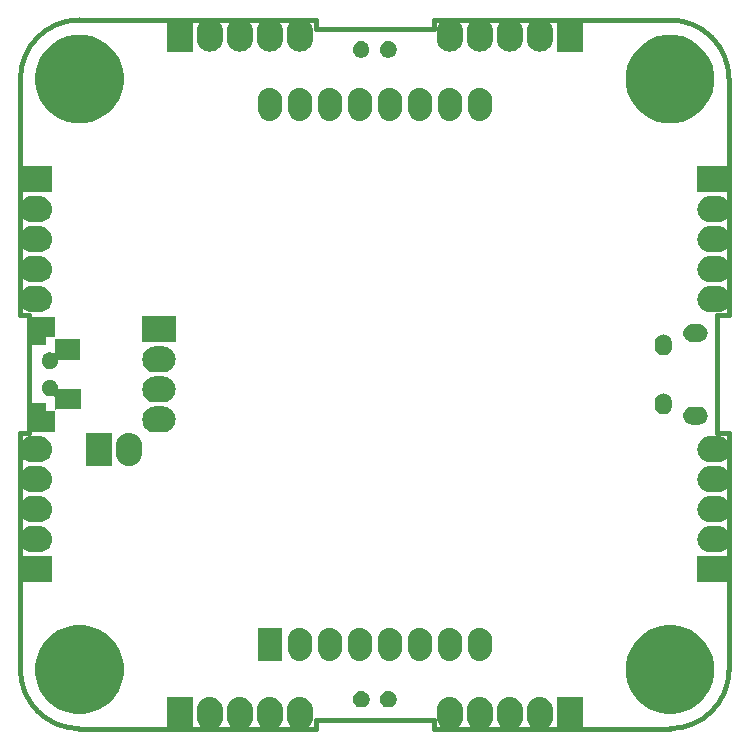
<source format=gbr>
%TF.GenerationSoftware,KiCad,Pcbnew,5.0.2-bee76a0~70~ubuntu16.04.1*%
%TF.CreationDate,2019-02-12T08:58:08+01:00*%
%TF.ProjectId,bcl4v2,62636c34-7632-42e6-9b69-6361645f7063,rev?*%
%TF.SameCoordinates,Original*%
%TF.FileFunction,Soldermask,Top*%
%TF.FilePolarity,Negative*%
%FSLAX46Y46*%
G04 Gerber Fmt 4.6, Leading zero omitted, Abs format (unit mm)*
G04 Created by KiCad (PCBNEW 5.0.2-bee76a0~70~ubuntu16.04.1) date Út 12. únor 2019, 08:58:08 CET*
%MOMM*%
%LPD*%
G01*
G04 APERTURE LIST*
%ADD10C,0.381000*%
%ADD11C,0.150000*%
G04 APERTURE END LIST*
D10*
X70000000Y-95000000D02*
X70000000Y-75000000D01*
X70000000Y-125000000D02*
X70000000Y-105000000D01*
X95000000Y-130000000D02*
X75000000Y-130000000D01*
X125000000Y-130000000D02*
X105000000Y-130000000D01*
X130000000Y-105000000D02*
X130000000Y-125000000D01*
X130000000Y-75000000D02*
X130000000Y-95000000D01*
X105000000Y-70000000D02*
X125000000Y-70000000D01*
X75000000Y-70000000D02*
X95000000Y-70000000D01*
X75000000Y-130000000D02*
G75*
G02X70000000Y-125000000I0J5000000D01*
G01*
X130000000Y-125000000D02*
G75*
G02X125000000Y-130000000I-5000000J0D01*
G01*
X125000000Y-70000000D02*
G75*
G02X130000000Y-75000000I0J-5000000D01*
G01*
X70000000Y-75000000D02*
G75*
G02X75000000Y-70000000I5000000J0D01*
G01*
X105000000Y-70750000D02*
X105000000Y-70000000D01*
X95000000Y-70750000D02*
X105000000Y-70750000D01*
X95000000Y-70000000D02*
X95000000Y-70750000D01*
X70750000Y-105000000D02*
X70000000Y-105000000D01*
X70750000Y-95000000D02*
X70750000Y-105000000D01*
X70000000Y-95000000D02*
X70750000Y-95000000D01*
X105000000Y-129250000D02*
X105000000Y-130000000D01*
X95000000Y-129250000D02*
X105000000Y-129250000D01*
X95000000Y-130000000D02*
X95000000Y-129250000D01*
X129000000Y-105000000D02*
X130000000Y-105000000D01*
X129000000Y-95000000D02*
X129000000Y-105000000D01*
X130000000Y-95000000D02*
X129000000Y-95000000D01*
D11*
G36*
X86246423Y-127341974D02*
X86454526Y-127405102D01*
X86646313Y-127507614D01*
X86814423Y-127645577D01*
X86952386Y-127813687D01*
X87054895Y-128005469D01*
X87054897Y-128005474D01*
X87054897Y-128005475D01*
X87118025Y-128213578D01*
X87118026Y-128213583D01*
X87134000Y-128375770D01*
X87134000Y-129084231D01*
X87118026Y-129246423D01*
X87054898Y-129454526D01*
X86952386Y-129646313D01*
X86952384Y-129646315D01*
X86952383Y-129646317D01*
X86814423Y-129814423D01*
X86646317Y-129952383D01*
X86646313Y-129952385D01*
X86646312Y-129952386D01*
X86454525Y-130054898D01*
X86246422Y-130118026D01*
X86030000Y-130139341D01*
X85813577Y-130118026D01*
X85605474Y-130054898D01*
X85413687Y-129952386D01*
X85245577Y-129814423D01*
X85107617Y-129646317D01*
X85107614Y-129646312D01*
X85005102Y-129454525D01*
X84941974Y-129246422D01*
X84926000Y-129084230D01*
X84926000Y-128375769D01*
X84941974Y-128213577D01*
X85005102Y-128005476D01*
X85107617Y-127813685D01*
X85107618Y-127813683D01*
X85245578Y-127645577D01*
X85413684Y-127507617D01*
X85413685Y-127507616D01*
X85413688Y-127507614D01*
X85605475Y-127405102D01*
X85813578Y-127341974D01*
X86030000Y-127320659D01*
X86246423Y-127341974D01*
X86246423Y-127341974D01*
G37*
G36*
X91326423Y-127341974D02*
X91534526Y-127405102D01*
X91726313Y-127507614D01*
X91894423Y-127645577D01*
X92032386Y-127813687D01*
X92134895Y-128005469D01*
X92134897Y-128005474D01*
X92134897Y-128005475D01*
X92198025Y-128213578D01*
X92198026Y-128213583D01*
X92214000Y-128375770D01*
X92214000Y-129084231D01*
X92198026Y-129246423D01*
X92134898Y-129454526D01*
X92032386Y-129646313D01*
X92032384Y-129646315D01*
X92032383Y-129646317D01*
X91894423Y-129814423D01*
X91726317Y-129952383D01*
X91726313Y-129952385D01*
X91726312Y-129952386D01*
X91534525Y-130054898D01*
X91326422Y-130118026D01*
X91110000Y-130139341D01*
X90893577Y-130118026D01*
X90685474Y-130054898D01*
X90493687Y-129952386D01*
X90325577Y-129814423D01*
X90187617Y-129646317D01*
X90187614Y-129646312D01*
X90085102Y-129454525D01*
X90021974Y-129246422D01*
X90006000Y-129084230D01*
X90006000Y-128375769D01*
X90021974Y-128213577D01*
X90085102Y-128005476D01*
X90187617Y-127813685D01*
X90187618Y-127813683D01*
X90325578Y-127645577D01*
X90493684Y-127507617D01*
X90493685Y-127507616D01*
X90493688Y-127507614D01*
X90685475Y-127405102D01*
X90893578Y-127341974D01*
X91110000Y-127320659D01*
X91326423Y-127341974D01*
X91326423Y-127341974D01*
G37*
G36*
X93866423Y-127341974D02*
X94074526Y-127405102D01*
X94266313Y-127507614D01*
X94434423Y-127645577D01*
X94572386Y-127813687D01*
X94674895Y-128005469D01*
X94674897Y-128005474D01*
X94674897Y-128005475D01*
X94738025Y-128213578D01*
X94738026Y-128213583D01*
X94754000Y-128375770D01*
X94754000Y-129084231D01*
X94738026Y-129246423D01*
X94674898Y-129454526D01*
X94572386Y-129646313D01*
X94572384Y-129646315D01*
X94572383Y-129646317D01*
X94434423Y-129814423D01*
X94266317Y-129952383D01*
X94266313Y-129952385D01*
X94266312Y-129952386D01*
X94074525Y-130054898D01*
X93866422Y-130118026D01*
X93650000Y-130139341D01*
X93433577Y-130118026D01*
X93225474Y-130054898D01*
X93033687Y-129952386D01*
X92865577Y-129814423D01*
X92727617Y-129646317D01*
X92727614Y-129646312D01*
X92625102Y-129454525D01*
X92561974Y-129246422D01*
X92546000Y-129084230D01*
X92546000Y-128375769D01*
X92561974Y-128213577D01*
X92625102Y-128005476D01*
X92727617Y-127813685D01*
X92727618Y-127813683D01*
X92865578Y-127645577D01*
X93033684Y-127507617D01*
X93033685Y-127507616D01*
X93033688Y-127507614D01*
X93225475Y-127405102D01*
X93433578Y-127341974D01*
X93650000Y-127320659D01*
X93866423Y-127341974D01*
X93866423Y-127341974D01*
G37*
G36*
X114186422Y-127341974D02*
X114394525Y-127405102D01*
X114586312Y-127507614D01*
X114586313Y-127507615D01*
X114586317Y-127507617D01*
X114662124Y-127569830D01*
X114754423Y-127645577D01*
X114892386Y-127813687D01*
X114994898Y-128005474D01*
X115058026Y-128213577D01*
X115074000Y-128375769D01*
X115074000Y-129084230D01*
X115058026Y-129246417D01*
X115058025Y-129246420D01*
X115058025Y-129246421D01*
X115058024Y-129246423D01*
X114994895Y-129454531D01*
X114892386Y-129646313D01*
X114754423Y-129814423D01*
X114586313Y-129952386D01*
X114394526Y-130054898D01*
X114186423Y-130118026D01*
X113970000Y-130139341D01*
X113753578Y-130118026D01*
X113545475Y-130054898D01*
X113353688Y-129952386D01*
X113185578Y-129814423D01*
X113047618Y-129646317D01*
X113040542Y-129633078D01*
X112945102Y-129454524D01*
X112881974Y-129246423D01*
X112866000Y-129084231D01*
X112866000Y-128375770D01*
X112881974Y-128213578D01*
X112945102Y-128005475D01*
X113047614Y-127813688D01*
X113047616Y-127813685D01*
X113047617Y-127813683D01*
X113185577Y-127645577D01*
X113353683Y-127507617D01*
X113353684Y-127507616D01*
X113353687Y-127507614D01*
X113545474Y-127405102D01*
X113753577Y-127341974D01*
X113970000Y-127320659D01*
X114186422Y-127341974D01*
X114186422Y-127341974D01*
G37*
G36*
X111646422Y-127341974D02*
X111854525Y-127405102D01*
X112046312Y-127507614D01*
X112046313Y-127507615D01*
X112046317Y-127507617D01*
X112122124Y-127569830D01*
X112214423Y-127645577D01*
X112352386Y-127813687D01*
X112454898Y-128005474D01*
X112518026Y-128213577D01*
X112534000Y-128375769D01*
X112534000Y-129084230D01*
X112518026Y-129246417D01*
X112518025Y-129246420D01*
X112518025Y-129246421D01*
X112518024Y-129246423D01*
X112454895Y-129454531D01*
X112352386Y-129646313D01*
X112214423Y-129814423D01*
X112046313Y-129952386D01*
X111854526Y-130054898D01*
X111646423Y-130118026D01*
X111430000Y-130139341D01*
X111213578Y-130118026D01*
X111005475Y-130054898D01*
X110813688Y-129952386D01*
X110645578Y-129814423D01*
X110507618Y-129646317D01*
X110500542Y-129633078D01*
X110405102Y-129454524D01*
X110341974Y-129246423D01*
X110326000Y-129084231D01*
X110326000Y-128375770D01*
X110341974Y-128213578D01*
X110405102Y-128005475D01*
X110507614Y-127813688D01*
X110507616Y-127813685D01*
X110507617Y-127813683D01*
X110645577Y-127645577D01*
X110813683Y-127507617D01*
X110813684Y-127507616D01*
X110813687Y-127507614D01*
X111005474Y-127405102D01*
X111213577Y-127341974D01*
X111430000Y-127320659D01*
X111646422Y-127341974D01*
X111646422Y-127341974D01*
G37*
G36*
X109106422Y-127341974D02*
X109314525Y-127405102D01*
X109506312Y-127507614D01*
X109506313Y-127507615D01*
X109506317Y-127507617D01*
X109582124Y-127569830D01*
X109674423Y-127645577D01*
X109812386Y-127813687D01*
X109914898Y-128005474D01*
X109978026Y-128213577D01*
X109994000Y-128375769D01*
X109994000Y-129084230D01*
X109978026Y-129246417D01*
X109978025Y-129246420D01*
X109978025Y-129246421D01*
X109978024Y-129246423D01*
X109914895Y-129454531D01*
X109812386Y-129646313D01*
X109674423Y-129814423D01*
X109506313Y-129952386D01*
X109314526Y-130054898D01*
X109106423Y-130118026D01*
X108890000Y-130139341D01*
X108673578Y-130118026D01*
X108465475Y-130054898D01*
X108273688Y-129952386D01*
X108105578Y-129814423D01*
X107967618Y-129646317D01*
X107960542Y-129633078D01*
X107865102Y-129454524D01*
X107801974Y-129246423D01*
X107786000Y-129084231D01*
X107786000Y-128375770D01*
X107801974Y-128213578D01*
X107865102Y-128005475D01*
X107967614Y-127813688D01*
X107967616Y-127813685D01*
X107967617Y-127813683D01*
X108105577Y-127645577D01*
X108273683Y-127507617D01*
X108273684Y-127507616D01*
X108273687Y-127507614D01*
X108465474Y-127405102D01*
X108673577Y-127341974D01*
X108890000Y-127320659D01*
X109106422Y-127341974D01*
X109106422Y-127341974D01*
G37*
G36*
X106566422Y-127341974D02*
X106774525Y-127405102D01*
X106966312Y-127507614D01*
X106966313Y-127507615D01*
X106966317Y-127507617D01*
X107042124Y-127569830D01*
X107134423Y-127645577D01*
X107272386Y-127813687D01*
X107374898Y-128005474D01*
X107438026Y-128213577D01*
X107454000Y-128375769D01*
X107454000Y-129084230D01*
X107438026Y-129246417D01*
X107438025Y-129246420D01*
X107438025Y-129246421D01*
X107438024Y-129246423D01*
X107374895Y-129454531D01*
X107272386Y-129646313D01*
X107134423Y-129814423D01*
X106966313Y-129952386D01*
X106774526Y-130054898D01*
X106566423Y-130118026D01*
X106350000Y-130139341D01*
X106133578Y-130118026D01*
X105925475Y-130054898D01*
X105733688Y-129952386D01*
X105565578Y-129814423D01*
X105427618Y-129646317D01*
X105420542Y-129633078D01*
X105325102Y-129454524D01*
X105261974Y-129246423D01*
X105246000Y-129084231D01*
X105246000Y-128375770D01*
X105261974Y-128213578D01*
X105325102Y-128005475D01*
X105427614Y-127813688D01*
X105427616Y-127813685D01*
X105427617Y-127813683D01*
X105565577Y-127645577D01*
X105733683Y-127507617D01*
X105733684Y-127507616D01*
X105733687Y-127507614D01*
X105925474Y-127405102D01*
X106133577Y-127341974D01*
X106350000Y-127320659D01*
X106566422Y-127341974D01*
X106566422Y-127341974D01*
G37*
G36*
X88786423Y-127341974D02*
X88994526Y-127405102D01*
X89186313Y-127507614D01*
X89354423Y-127645577D01*
X89492386Y-127813687D01*
X89594895Y-128005469D01*
X89594897Y-128005474D01*
X89594897Y-128005475D01*
X89658025Y-128213578D01*
X89658026Y-128213583D01*
X89674000Y-128375770D01*
X89674000Y-129084231D01*
X89658026Y-129246423D01*
X89594898Y-129454526D01*
X89492386Y-129646313D01*
X89492384Y-129646315D01*
X89492383Y-129646317D01*
X89354423Y-129814423D01*
X89186317Y-129952383D01*
X89186313Y-129952385D01*
X89186312Y-129952386D01*
X88994525Y-130054898D01*
X88786422Y-130118026D01*
X88570000Y-130139341D01*
X88353577Y-130118026D01*
X88145474Y-130054898D01*
X87953687Y-129952386D01*
X87785577Y-129814423D01*
X87647617Y-129646317D01*
X87647614Y-129646312D01*
X87545102Y-129454525D01*
X87481974Y-129246422D01*
X87466000Y-129084230D01*
X87466000Y-128375769D01*
X87481974Y-128213577D01*
X87545102Y-128005476D01*
X87647617Y-127813685D01*
X87647618Y-127813683D01*
X87785578Y-127645577D01*
X87953684Y-127507617D01*
X87953685Y-127507616D01*
X87953688Y-127507614D01*
X88145475Y-127405102D01*
X88353578Y-127341974D01*
X88570000Y-127320659D01*
X88786423Y-127341974D01*
X88786423Y-127341974D01*
G37*
G36*
X84594000Y-130134000D02*
X82386000Y-130134000D01*
X82386000Y-127326000D01*
X84594000Y-127326000D01*
X84594000Y-130134000D01*
X84594000Y-130134000D01*
G37*
G36*
X117614000Y-130134000D02*
X115406000Y-130134000D01*
X115406000Y-127326000D01*
X117614000Y-127326000D01*
X117614000Y-130134000D01*
X117614000Y-130134000D01*
G37*
G36*
X126095001Y-121390264D02*
X126778186Y-121673248D01*
X127393036Y-122084078D01*
X127915922Y-122606964D01*
X128326752Y-123221814D01*
X128609736Y-123904999D01*
X128754000Y-124630263D01*
X128754000Y-125369737D01*
X128609736Y-126095001D01*
X128326752Y-126778186D01*
X127915922Y-127393036D01*
X127393036Y-127915922D01*
X126778186Y-128326752D01*
X126095001Y-128609736D01*
X125369738Y-128754000D01*
X124630262Y-128754000D01*
X123904999Y-128609736D01*
X123221814Y-128326752D01*
X122606964Y-127915922D01*
X122084078Y-127393036D01*
X121673248Y-126778186D01*
X121390264Y-126095001D01*
X121246000Y-125369737D01*
X121246000Y-124630263D01*
X121390264Y-123904999D01*
X121673248Y-123221814D01*
X122084078Y-122606964D01*
X122606964Y-122084078D01*
X123221814Y-121673248D01*
X123904999Y-121390264D01*
X124630262Y-121246000D01*
X125369738Y-121246000D01*
X126095001Y-121390264D01*
X126095001Y-121390264D01*
G37*
G36*
X76095001Y-121390264D02*
X76778186Y-121673248D01*
X77393036Y-122084078D01*
X77915922Y-122606964D01*
X78326752Y-123221814D01*
X78609736Y-123904999D01*
X78754000Y-124630263D01*
X78754000Y-125369737D01*
X78609736Y-126095001D01*
X78326752Y-126778186D01*
X77915922Y-127393036D01*
X77393036Y-127915922D01*
X76778186Y-128326752D01*
X76095001Y-128609736D01*
X75369738Y-128754000D01*
X74630262Y-128754000D01*
X73904999Y-128609736D01*
X73221814Y-128326752D01*
X72606964Y-127915922D01*
X72084078Y-127393036D01*
X71673248Y-126778186D01*
X71390264Y-126095001D01*
X71246000Y-125369737D01*
X71246000Y-124630263D01*
X71390264Y-123904999D01*
X71673248Y-123221814D01*
X72084078Y-122606964D01*
X72606964Y-122084078D01*
X73221814Y-121673248D01*
X73904999Y-121390264D01*
X74630262Y-121246000D01*
X75369738Y-121246000D01*
X76095001Y-121390264D01*
X76095001Y-121390264D01*
G37*
G36*
X101356808Y-126818246D02*
X101485838Y-126871692D01*
X101601961Y-126949283D01*
X101700717Y-127048039D01*
X101778308Y-127164162D01*
X101831754Y-127293192D01*
X101859000Y-127430170D01*
X101859000Y-127569830D01*
X101831754Y-127706808D01*
X101778308Y-127835838D01*
X101700717Y-127951961D01*
X101601961Y-128050717D01*
X101485838Y-128128308D01*
X101356808Y-128181754D01*
X101219830Y-128209000D01*
X101080170Y-128209000D01*
X100943192Y-128181754D01*
X100814162Y-128128308D01*
X100698039Y-128050717D01*
X100599283Y-127951961D01*
X100521692Y-127835838D01*
X100468246Y-127706808D01*
X100441000Y-127569830D01*
X100441000Y-127430170D01*
X100468246Y-127293192D01*
X100521692Y-127164162D01*
X100599283Y-127048039D01*
X100698039Y-126949283D01*
X100814162Y-126871692D01*
X100943192Y-126818246D01*
X101080170Y-126791000D01*
X101219830Y-126791000D01*
X101356808Y-126818246D01*
X101356808Y-126818246D01*
G37*
G36*
X99056808Y-126818246D02*
X99185838Y-126871692D01*
X99301961Y-126949283D01*
X99400717Y-127048039D01*
X99478308Y-127164162D01*
X99531754Y-127293192D01*
X99559000Y-127430170D01*
X99559000Y-127569830D01*
X99531754Y-127706808D01*
X99478308Y-127835838D01*
X99400717Y-127951961D01*
X99301961Y-128050717D01*
X99185838Y-128128308D01*
X99056808Y-128181754D01*
X98919830Y-128209000D01*
X98780170Y-128209000D01*
X98643192Y-128181754D01*
X98514162Y-128128308D01*
X98398039Y-128050717D01*
X98299283Y-127951961D01*
X98221692Y-127835838D01*
X98168246Y-127706808D01*
X98141000Y-127569830D01*
X98141000Y-127430170D01*
X98168246Y-127293192D01*
X98221692Y-127164162D01*
X98299283Y-127048039D01*
X98398039Y-126949283D01*
X98514162Y-126871692D01*
X98643192Y-126818246D01*
X98780170Y-126791000D01*
X98919830Y-126791000D01*
X99056808Y-126818246D01*
X99056808Y-126818246D01*
G37*
G36*
X101469171Y-121477701D02*
X101660686Y-121535797D01*
X101837189Y-121630139D01*
X101991896Y-121757104D01*
X102118861Y-121911810D01*
X102213203Y-122088313D01*
X102271299Y-122279828D01*
X102286000Y-122429094D01*
X102286000Y-123290905D01*
X102271299Y-123440166D01*
X102271298Y-123440169D01*
X102271298Y-123440170D01*
X102213203Y-123631685D01*
X102213200Y-123631692D01*
X102118861Y-123808190D01*
X101991896Y-123962896D01*
X101837190Y-124089861D01*
X101660687Y-124184203D01*
X101469172Y-124242299D01*
X101270000Y-124261915D01*
X101070829Y-124242299D01*
X100879314Y-124184203D01*
X100702811Y-124089861D01*
X100548105Y-123962896D01*
X100421142Y-123808191D01*
X100326797Y-123631685D01*
X100268701Y-123440172D01*
X100254000Y-123290906D01*
X100254000Y-122429095D01*
X100268701Y-122279829D01*
X100326797Y-122088314D01*
X100421139Y-121911811D01*
X100548104Y-121757104D01*
X100702810Y-121630139D01*
X100879313Y-121535797D01*
X101070828Y-121477701D01*
X101270000Y-121458085D01*
X101469171Y-121477701D01*
X101469171Y-121477701D01*
G37*
G36*
X98929171Y-121477701D02*
X99120686Y-121535797D01*
X99297189Y-121630139D01*
X99451896Y-121757104D01*
X99578861Y-121911810D01*
X99673203Y-122088313D01*
X99731299Y-122279828D01*
X99746000Y-122429094D01*
X99746000Y-123290905D01*
X99731299Y-123440166D01*
X99731298Y-123440169D01*
X99731298Y-123440170D01*
X99673203Y-123631685D01*
X99673200Y-123631692D01*
X99578861Y-123808190D01*
X99451896Y-123962896D01*
X99297190Y-124089861D01*
X99120687Y-124184203D01*
X98929172Y-124242299D01*
X98730000Y-124261915D01*
X98530829Y-124242299D01*
X98339314Y-124184203D01*
X98162811Y-124089861D01*
X98008105Y-123962896D01*
X97881142Y-123808191D01*
X97786797Y-123631685D01*
X97728701Y-123440172D01*
X97714000Y-123290906D01*
X97714000Y-122429095D01*
X97728701Y-122279829D01*
X97786797Y-122088314D01*
X97881139Y-121911811D01*
X98008104Y-121757104D01*
X98162810Y-121630139D01*
X98339313Y-121535797D01*
X98530828Y-121477701D01*
X98730000Y-121458085D01*
X98929171Y-121477701D01*
X98929171Y-121477701D01*
G37*
G36*
X96389171Y-121477701D02*
X96580686Y-121535797D01*
X96757189Y-121630139D01*
X96911896Y-121757104D01*
X97038861Y-121911810D01*
X97133203Y-122088313D01*
X97191299Y-122279828D01*
X97206000Y-122429094D01*
X97206000Y-123290905D01*
X97191299Y-123440166D01*
X97191298Y-123440169D01*
X97191298Y-123440170D01*
X97133203Y-123631685D01*
X97133200Y-123631692D01*
X97038861Y-123808190D01*
X96911896Y-123962896D01*
X96757190Y-124089861D01*
X96580687Y-124184203D01*
X96389172Y-124242299D01*
X96190000Y-124261915D01*
X95990829Y-124242299D01*
X95799314Y-124184203D01*
X95622811Y-124089861D01*
X95468105Y-123962896D01*
X95341142Y-123808191D01*
X95246797Y-123631685D01*
X95188701Y-123440172D01*
X95174000Y-123290906D01*
X95174000Y-122429095D01*
X95188701Y-122279829D01*
X95246797Y-122088314D01*
X95341139Y-121911811D01*
X95468104Y-121757104D01*
X95622810Y-121630139D01*
X95799313Y-121535797D01*
X95990828Y-121477701D01*
X96190000Y-121458085D01*
X96389171Y-121477701D01*
X96389171Y-121477701D01*
G37*
G36*
X109089171Y-121477701D02*
X109280686Y-121535797D01*
X109457189Y-121630139D01*
X109611896Y-121757104D01*
X109738861Y-121911810D01*
X109833203Y-122088313D01*
X109891299Y-122279828D01*
X109906000Y-122429094D01*
X109906000Y-123290905D01*
X109891299Y-123440166D01*
X109891298Y-123440169D01*
X109891298Y-123440170D01*
X109833203Y-123631685D01*
X109833200Y-123631692D01*
X109738861Y-123808190D01*
X109611896Y-123962896D01*
X109457190Y-124089861D01*
X109280687Y-124184203D01*
X109089172Y-124242299D01*
X108890000Y-124261915D01*
X108690829Y-124242299D01*
X108499314Y-124184203D01*
X108322811Y-124089861D01*
X108168105Y-123962896D01*
X108041142Y-123808191D01*
X107946797Y-123631685D01*
X107888701Y-123440172D01*
X107874000Y-123290906D01*
X107874000Y-122429095D01*
X107888701Y-122279829D01*
X107946797Y-122088314D01*
X108041139Y-121911811D01*
X108168104Y-121757104D01*
X108322810Y-121630139D01*
X108499313Y-121535797D01*
X108690828Y-121477701D01*
X108890000Y-121458085D01*
X109089171Y-121477701D01*
X109089171Y-121477701D01*
G37*
G36*
X104009171Y-121477701D02*
X104200686Y-121535797D01*
X104377189Y-121630139D01*
X104531896Y-121757104D01*
X104658861Y-121911810D01*
X104753203Y-122088313D01*
X104811299Y-122279828D01*
X104826000Y-122429094D01*
X104826000Y-123290905D01*
X104811299Y-123440166D01*
X104811298Y-123440169D01*
X104811298Y-123440170D01*
X104753203Y-123631685D01*
X104753200Y-123631692D01*
X104658861Y-123808190D01*
X104531896Y-123962896D01*
X104377190Y-124089861D01*
X104200687Y-124184203D01*
X104009172Y-124242299D01*
X103810000Y-124261915D01*
X103610829Y-124242299D01*
X103419314Y-124184203D01*
X103242811Y-124089861D01*
X103088105Y-123962896D01*
X102961142Y-123808191D01*
X102866797Y-123631685D01*
X102808701Y-123440172D01*
X102794000Y-123290906D01*
X102794000Y-122429095D01*
X102808701Y-122279829D01*
X102866797Y-122088314D01*
X102961139Y-121911811D01*
X103088104Y-121757104D01*
X103242810Y-121630139D01*
X103419313Y-121535797D01*
X103610828Y-121477701D01*
X103810000Y-121458085D01*
X104009171Y-121477701D01*
X104009171Y-121477701D01*
G37*
G36*
X106549171Y-121477701D02*
X106740686Y-121535797D01*
X106917189Y-121630139D01*
X107071896Y-121757104D01*
X107198861Y-121911810D01*
X107293203Y-122088313D01*
X107351299Y-122279828D01*
X107366000Y-122429094D01*
X107366000Y-123290905D01*
X107351299Y-123440166D01*
X107351298Y-123440169D01*
X107351298Y-123440170D01*
X107293203Y-123631685D01*
X107293200Y-123631692D01*
X107198861Y-123808190D01*
X107071896Y-123962896D01*
X106917190Y-124089861D01*
X106740687Y-124184203D01*
X106549172Y-124242299D01*
X106350000Y-124261915D01*
X106150829Y-124242299D01*
X105959314Y-124184203D01*
X105782811Y-124089861D01*
X105628105Y-123962896D01*
X105501142Y-123808191D01*
X105406797Y-123631685D01*
X105348701Y-123440172D01*
X105334000Y-123290906D01*
X105334000Y-122429095D01*
X105348701Y-122279829D01*
X105406797Y-122088314D01*
X105501139Y-121911811D01*
X105628104Y-121757104D01*
X105782810Y-121630139D01*
X105959313Y-121535797D01*
X106150828Y-121477701D01*
X106350000Y-121458085D01*
X106549171Y-121477701D01*
X106549171Y-121477701D01*
G37*
G36*
X93849171Y-121477701D02*
X94040686Y-121535797D01*
X94217189Y-121630139D01*
X94371896Y-121757104D01*
X94498861Y-121911810D01*
X94593203Y-122088313D01*
X94651299Y-122279828D01*
X94666000Y-122429094D01*
X94666000Y-123290905D01*
X94651299Y-123440166D01*
X94651298Y-123440169D01*
X94651298Y-123440170D01*
X94593203Y-123631685D01*
X94593200Y-123631692D01*
X94498861Y-123808190D01*
X94371896Y-123962896D01*
X94217190Y-124089861D01*
X94040687Y-124184203D01*
X93849172Y-124242299D01*
X93650000Y-124261915D01*
X93450829Y-124242299D01*
X93259314Y-124184203D01*
X93082811Y-124089861D01*
X92928105Y-123962896D01*
X92801142Y-123808191D01*
X92706797Y-123631685D01*
X92648701Y-123440172D01*
X92634000Y-123290906D01*
X92634000Y-122429095D01*
X92648701Y-122279829D01*
X92706797Y-122088314D01*
X92801139Y-121911811D01*
X92928104Y-121757104D01*
X93082810Y-121630139D01*
X93259313Y-121535797D01*
X93450828Y-121477701D01*
X93650000Y-121458085D01*
X93849171Y-121477701D01*
X93849171Y-121477701D01*
G37*
G36*
X92126000Y-124257000D02*
X90094000Y-124257000D01*
X90094000Y-121463000D01*
X92126000Y-121463000D01*
X92126000Y-124257000D01*
X92126000Y-124257000D01*
G37*
G36*
X130134000Y-117614000D02*
X127326000Y-117614000D01*
X127326000Y-115406000D01*
X130134000Y-115406000D01*
X130134000Y-117614000D01*
X130134000Y-117614000D01*
G37*
G36*
X72674000Y-117614000D02*
X69866000Y-117614000D01*
X69866000Y-115406000D01*
X72674000Y-115406000D01*
X72674000Y-117614000D01*
X72674000Y-117614000D01*
G37*
G36*
X71786423Y-112881974D02*
X71994526Y-112945102D01*
X72186313Y-113047614D01*
X72354423Y-113185577D01*
X72492386Y-113353687D01*
X72594898Y-113545474D01*
X72658026Y-113753577D01*
X72679341Y-113970000D01*
X72658026Y-114186423D01*
X72594898Y-114394526D01*
X72492386Y-114586313D01*
X72354423Y-114754423D01*
X72186313Y-114892386D01*
X71994526Y-114994898D01*
X71786423Y-115058026D01*
X71624231Y-115074000D01*
X70915769Y-115074000D01*
X70753577Y-115058026D01*
X70545474Y-114994898D01*
X70353687Y-114892386D01*
X70185577Y-114754423D01*
X70047614Y-114586313D01*
X69945102Y-114394526D01*
X69881974Y-114186423D01*
X69860659Y-113970000D01*
X69881974Y-113753577D01*
X69945102Y-113545474D01*
X70047614Y-113353687D01*
X70185577Y-113185577D01*
X70353687Y-113047614D01*
X70545474Y-112945102D01*
X70753577Y-112881974D01*
X70915769Y-112866000D01*
X71624231Y-112866000D01*
X71786423Y-112881974D01*
X71786423Y-112881974D01*
G37*
G36*
X129246423Y-112881974D02*
X129454526Y-112945102D01*
X129646313Y-113047614D01*
X129814423Y-113185577D01*
X129952386Y-113353687D01*
X130054898Y-113545474D01*
X130118026Y-113753577D01*
X130139341Y-113970000D01*
X130118026Y-114186423D01*
X130054898Y-114394526D01*
X129952386Y-114586313D01*
X129814423Y-114754423D01*
X129646313Y-114892386D01*
X129454526Y-114994898D01*
X129246423Y-115058026D01*
X129084231Y-115074000D01*
X128375769Y-115074000D01*
X128213577Y-115058026D01*
X128005474Y-114994898D01*
X127813687Y-114892386D01*
X127645577Y-114754423D01*
X127507614Y-114586313D01*
X127405102Y-114394526D01*
X127341974Y-114186423D01*
X127320659Y-113970000D01*
X127341974Y-113753577D01*
X127405102Y-113545474D01*
X127507614Y-113353687D01*
X127645577Y-113185577D01*
X127813687Y-113047614D01*
X128005474Y-112945102D01*
X128213577Y-112881974D01*
X128375769Y-112866000D01*
X129084231Y-112866000D01*
X129246423Y-112881974D01*
X129246423Y-112881974D01*
G37*
G36*
X71786423Y-110341974D02*
X71994526Y-110405102D01*
X72186313Y-110507614D01*
X72354423Y-110645577D01*
X72492386Y-110813687D01*
X72594898Y-111005474D01*
X72658026Y-111213577D01*
X72679341Y-111430000D01*
X72658026Y-111646423D01*
X72594898Y-111854526D01*
X72492386Y-112046313D01*
X72354423Y-112214423D01*
X72186313Y-112352386D01*
X71994526Y-112454898D01*
X71786423Y-112518026D01*
X71624231Y-112534000D01*
X70915769Y-112534000D01*
X70753577Y-112518026D01*
X70545474Y-112454898D01*
X70353687Y-112352386D01*
X70185577Y-112214423D01*
X70047614Y-112046313D01*
X69945102Y-111854526D01*
X69881974Y-111646423D01*
X69860659Y-111430000D01*
X69881974Y-111213577D01*
X69945102Y-111005474D01*
X70047614Y-110813687D01*
X70185577Y-110645577D01*
X70353687Y-110507614D01*
X70545474Y-110405102D01*
X70753577Y-110341974D01*
X70915769Y-110326000D01*
X71624231Y-110326000D01*
X71786423Y-110341974D01*
X71786423Y-110341974D01*
G37*
G36*
X129246423Y-110341974D02*
X129454526Y-110405102D01*
X129646313Y-110507614D01*
X129814423Y-110645577D01*
X129952386Y-110813687D01*
X130054898Y-111005474D01*
X130118026Y-111213577D01*
X130139341Y-111430000D01*
X130118026Y-111646423D01*
X130054898Y-111854526D01*
X129952386Y-112046313D01*
X129814423Y-112214423D01*
X129646313Y-112352386D01*
X129454526Y-112454898D01*
X129246423Y-112518026D01*
X129084231Y-112534000D01*
X128375769Y-112534000D01*
X128213577Y-112518026D01*
X128005474Y-112454898D01*
X127813687Y-112352386D01*
X127645577Y-112214423D01*
X127507614Y-112046313D01*
X127405102Y-111854526D01*
X127341974Y-111646423D01*
X127320659Y-111430000D01*
X127341974Y-111213577D01*
X127405102Y-111005474D01*
X127507614Y-110813687D01*
X127645577Y-110645577D01*
X127813687Y-110507614D01*
X128005474Y-110405102D01*
X128213577Y-110341974D01*
X128375769Y-110326000D01*
X129084231Y-110326000D01*
X129246423Y-110341974D01*
X129246423Y-110341974D01*
G37*
G36*
X129246423Y-107801974D02*
X129454526Y-107865102D01*
X129646313Y-107967614D01*
X129814423Y-108105577D01*
X129952386Y-108273687D01*
X130054898Y-108465474D01*
X130118026Y-108673577D01*
X130139341Y-108890000D01*
X130118026Y-109106423D01*
X130054898Y-109314526D01*
X129952386Y-109506313D01*
X129814423Y-109674423D01*
X129646313Y-109812386D01*
X129454526Y-109914898D01*
X129246423Y-109978026D01*
X129084231Y-109994000D01*
X128375769Y-109994000D01*
X128213577Y-109978026D01*
X128005474Y-109914898D01*
X127813687Y-109812386D01*
X127645577Y-109674423D01*
X127507614Y-109506313D01*
X127405102Y-109314526D01*
X127341974Y-109106423D01*
X127320659Y-108890000D01*
X127341974Y-108673577D01*
X127405102Y-108465474D01*
X127507614Y-108273687D01*
X127645577Y-108105577D01*
X127813687Y-107967614D01*
X128005474Y-107865102D01*
X128213577Y-107801974D01*
X128375769Y-107786000D01*
X129084231Y-107786000D01*
X129246423Y-107801974D01*
X129246423Y-107801974D01*
G37*
G36*
X71786423Y-107801974D02*
X71994526Y-107865102D01*
X72186313Y-107967614D01*
X72354423Y-108105577D01*
X72492386Y-108273687D01*
X72594898Y-108465474D01*
X72658026Y-108673577D01*
X72679341Y-108890000D01*
X72658026Y-109106423D01*
X72594898Y-109314526D01*
X72492386Y-109506313D01*
X72354423Y-109674423D01*
X72186313Y-109812386D01*
X71994526Y-109914898D01*
X71786423Y-109978026D01*
X71624231Y-109994000D01*
X70915769Y-109994000D01*
X70753577Y-109978026D01*
X70545474Y-109914898D01*
X70353687Y-109812386D01*
X70185577Y-109674423D01*
X70047614Y-109506313D01*
X69945102Y-109314526D01*
X69881974Y-109106423D01*
X69860659Y-108890000D01*
X69881974Y-108673577D01*
X69945102Y-108465474D01*
X70047614Y-108273687D01*
X70185577Y-108105577D01*
X70353687Y-107967614D01*
X70545474Y-107865102D01*
X70753577Y-107801974D01*
X70915769Y-107786000D01*
X71624231Y-107786000D01*
X71786423Y-107801974D01*
X71786423Y-107801974D01*
G37*
G36*
X79406423Y-104961974D02*
X79614526Y-105025102D01*
X79806313Y-105127614D01*
X79806316Y-105127616D01*
X79806317Y-105127617D01*
X79974423Y-105265577D01*
X80023274Y-105325102D01*
X80112386Y-105433687D01*
X80214895Y-105625469D01*
X80214897Y-105625474D01*
X80214897Y-105625475D01*
X80278025Y-105833578D01*
X80278026Y-105833583D01*
X80294000Y-105995770D01*
X80294000Y-106704231D01*
X80278026Y-106866423D01*
X80214898Y-107074526D01*
X80112386Y-107266313D01*
X80112384Y-107266316D01*
X80112383Y-107266317D01*
X79974423Y-107434423D01*
X79806317Y-107572383D01*
X79806313Y-107572385D01*
X79806312Y-107572386D01*
X79614525Y-107674898D01*
X79406422Y-107738026D01*
X79190000Y-107759341D01*
X78973577Y-107738026D01*
X78765474Y-107674898D01*
X78573687Y-107572386D01*
X78405577Y-107434423D01*
X78267617Y-107266317D01*
X78267614Y-107266312D01*
X78165102Y-107074525D01*
X78101974Y-106866422D01*
X78086000Y-106704230D01*
X78086000Y-105995769D01*
X78101974Y-105833577D01*
X78165102Y-105625476D01*
X78267617Y-105433685D01*
X78267618Y-105433683D01*
X78405578Y-105265577D01*
X78573684Y-105127617D01*
X78573685Y-105127616D01*
X78573688Y-105127614D01*
X78765475Y-105025102D01*
X78973578Y-104961974D01*
X79190000Y-104940659D01*
X79406423Y-104961974D01*
X79406423Y-104961974D01*
G37*
G36*
X77754000Y-107754000D02*
X75546000Y-107754000D01*
X75546000Y-104946000D01*
X77754000Y-104946000D01*
X77754000Y-107754000D01*
X77754000Y-107754000D01*
G37*
G36*
X71786423Y-105261974D02*
X71994526Y-105325102D01*
X72186313Y-105427614D01*
X72354423Y-105565577D01*
X72492386Y-105733687D01*
X72594898Y-105925474D01*
X72658026Y-106133577D01*
X72679341Y-106350000D01*
X72658026Y-106566423D01*
X72594898Y-106774526D01*
X72492386Y-106966313D01*
X72492384Y-106966316D01*
X72492383Y-106966317D01*
X72354423Y-107134423D01*
X72193715Y-107266312D01*
X72186313Y-107272386D01*
X71994526Y-107374898D01*
X71786423Y-107438026D01*
X71624231Y-107454000D01*
X70915769Y-107454000D01*
X70753577Y-107438026D01*
X70545474Y-107374898D01*
X70353687Y-107272386D01*
X70346286Y-107266312D01*
X70185577Y-107134423D01*
X70047617Y-106966317D01*
X70047616Y-106966316D01*
X70047614Y-106966313D01*
X69945102Y-106774526D01*
X69881974Y-106566423D01*
X69860659Y-106350000D01*
X69881974Y-106133577D01*
X69945102Y-105925474D01*
X70047614Y-105733687D01*
X70185577Y-105565577D01*
X70353687Y-105427614D01*
X70545474Y-105325102D01*
X70753577Y-105261974D01*
X70915769Y-105246000D01*
X71624231Y-105246000D01*
X71786423Y-105261974D01*
X71786423Y-105261974D01*
G37*
G36*
X129246423Y-105261974D02*
X129454526Y-105325102D01*
X129646313Y-105427614D01*
X129814423Y-105565577D01*
X129952386Y-105733687D01*
X130054898Y-105925474D01*
X130118026Y-106133577D01*
X130139341Y-106350000D01*
X130118026Y-106566423D01*
X130054898Y-106774526D01*
X129952386Y-106966313D01*
X129952384Y-106966316D01*
X129952383Y-106966317D01*
X129814423Y-107134423D01*
X129653715Y-107266312D01*
X129646313Y-107272386D01*
X129454526Y-107374898D01*
X129246423Y-107438026D01*
X129084231Y-107454000D01*
X128375769Y-107454000D01*
X128213577Y-107438026D01*
X128005474Y-107374898D01*
X127813687Y-107272386D01*
X127806286Y-107266312D01*
X127645577Y-107134423D01*
X127507617Y-106966317D01*
X127507616Y-106966316D01*
X127507614Y-106966313D01*
X127405102Y-106774526D01*
X127341974Y-106566423D01*
X127320659Y-106350000D01*
X127341974Y-106133577D01*
X127405102Y-105925474D01*
X127507614Y-105733687D01*
X127645577Y-105565577D01*
X127813687Y-105427614D01*
X128005474Y-105325102D01*
X128213577Y-105261974D01*
X128375769Y-105246000D01*
X129084231Y-105246000D01*
X129246423Y-105261974D01*
X129246423Y-105261974D01*
G37*
G36*
X82246423Y-102731974D02*
X82454526Y-102795102D01*
X82646313Y-102897614D01*
X82646316Y-102897616D01*
X82646317Y-102897617D01*
X82814423Y-103035577D01*
X82923078Y-103167974D01*
X82952386Y-103203687D01*
X83054898Y-103395474D01*
X83118026Y-103603577D01*
X83139341Y-103820000D01*
X83118026Y-104036423D01*
X83054898Y-104244526D01*
X82952386Y-104436313D01*
X82814423Y-104604423D01*
X82646313Y-104742386D01*
X82454526Y-104844898D01*
X82246423Y-104908026D01*
X82084231Y-104924000D01*
X81375769Y-104924000D01*
X81213577Y-104908026D01*
X81005474Y-104844898D01*
X80813687Y-104742386D01*
X80645577Y-104604423D01*
X80507614Y-104436313D01*
X80405102Y-104244526D01*
X80341974Y-104036423D01*
X80320659Y-103820000D01*
X80341974Y-103603577D01*
X80405102Y-103395474D01*
X80507614Y-103203687D01*
X80536923Y-103167974D01*
X80645577Y-103035577D01*
X80813683Y-102897617D01*
X80813684Y-102897616D01*
X80813687Y-102897614D01*
X81005474Y-102795102D01*
X81213577Y-102731974D01*
X81375769Y-102716000D01*
X82084231Y-102716000D01*
X82246423Y-102731974D01*
X82246423Y-102731974D01*
G37*
G36*
X72705348Y-100473054D02*
X72833468Y-100526123D01*
X72948777Y-100603170D01*
X73046830Y-100701223D01*
X73123877Y-100816532D01*
X73176946Y-100944652D01*
X73204000Y-101080661D01*
X73204000Y-101121000D01*
X73206402Y-101145386D01*
X73213515Y-101168835D01*
X73225066Y-101190446D01*
X73240612Y-101209388D01*
X73259554Y-101224934D01*
X73281165Y-101236485D01*
X73304614Y-101243598D01*
X73329000Y-101246000D01*
X75104000Y-101246000D01*
X75104000Y-102954000D01*
X73079000Y-102954000D01*
X73054614Y-102956402D01*
X73031165Y-102963515D01*
X73009554Y-102975066D01*
X72990612Y-102990612D01*
X72975066Y-103009554D01*
X72963515Y-103031165D01*
X72956402Y-103054614D01*
X72954000Y-103079000D01*
X72954000Y-104854000D01*
X70946000Y-104854000D01*
X70946000Y-102446000D01*
X72154000Y-102446000D01*
X72154000Y-103021000D01*
X72156402Y-103045386D01*
X72163515Y-103068835D01*
X72175066Y-103090446D01*
X72190612Y-103109388D01*
X72209554Y-103124934D01*
X72231165Y-103136485D01*
X72254614Y-103143598D01*
X72279000Y-103146000D01*
X72771000Y-103146000D01*
X72795386Y-103143598D01*
X72818835Y-103136485D01*
X72840446Y-103124934D01*
X72859388Y-103109388D01*
X72874934Y-103090446D01*
X72886485Y-103068835D01*
X72893598Y-103045386D01*
X72896000Y-103021000D01*
X72896000Y-101935051D01*
X72893598Y-101910665D01*
X72886485Y-101887216D01*
X72874934Y-101865605D01*
X72859388Y-101846663D01*
X72840446Y-101831117D01*
X72818835Y-101819566D01*
X72795386Y-101812453D01*
X72771000Y-101810051D01*
X72746614Y-101812453D01*
X72723164Y-101819566D01*
X72714922Y-101822980D01*
X72705349Y-101826945D01*
X72705348Y-101826945D01*
X72705346Y-101826946D01*
X72569339Y-101854000D01*
X72430661Y-101854000D01*
X72294652Y-101826946D01*
X72166532Y-101773877D01*
X72051223Y-101696830D01*
X71953170Y-101598777D01*
X71876123Y-101483468D01*
X71823054Y-101355348D01*
X71796000Y-101219339D01*
X71796000Y-101080661D01*
X71823054Y-100944652D01*
X71876123Y-100816532D01*
X71953170Y-100701223D01*
X72051223Y-100603170D01*
X72166532Y-100526123D01*
X72294652Y-100473054D01*
X72430661Y-100446000D01*
X72569339Y-100446000D01*
X72705348Y-100473054D01*
X72705348Y-100473054D01*
G37*
G36*
X127572811Y-102756909D02*
X127714939Y-102800024D01*
X127845927Y-102870038D01*
X127960738Y-102964262D01*
X128054962Y-103079073D01*
X128124976Y-103210061D01*
X128168091Y-103352189D01*
X128182648Y-103500000D01*
X128168091Y-103647811D01*
X128124976Y-103789939D01*
X128054962Y-103920927D01*
X127960738Y-104035738D01*
X127845927Y-104129962D01*
X127714939Y-104199976D01*
X127572811Y-104243091D01*
X127462043Y-104254000D01*
X126837957Y-104254000D01*
X126727189Y-104243091D01*
X126585061Y-104199976D01*
X126454073Y-104129962D01*
X126339262Y-104035738D01*
X126245038Y-103920927D01*
X126175024Y-103789939D01*
X126131909Y-103647811D01*
X126117352Y-103500000D01*
X126131909Y-103352189D01*
X126175024Y-103210061D01*
X126245038Y-103079073D01*
X126339262Y-102964262D01*
X126454073Y-102870038D01*
X126585061Y-102800024D01*
X126727189Y-102756909D01*
X126837957Y-102746000D01*
X127462043Y-102746000D01*
X127572811Y-102756909D01*
X127572811Y-102756909D01*
G37*
G36*
X124592909Y-101631548D02*
X124684520Y-101659338D01*
X124730327Y-101673233D01*
X124856972Y-101740927D01*
X124967975Y-101832025D01*
X125059073Y-101943028D01*
X125126767Y-102069673D01*
X125126767Y-102069674D01*
X125168452Y-102207092D01*
X125179000Y-102314190D01*
X125179000Y-102685811D01*
X125168452Y-102792909D01*
X125166293Y-102800025D01*
X125126767Y-102930327D01*
X125059073Y-103056972D01*
X124967975Y-103167975D01*
X124856972Y-103259073D01*
X124730326Y-103326767D01*
X124684519Y-103340662D01*
X124592908Y-103368452D01*
X124450000Y-103382527D01*
X124307091Y-103368452D01*
X124215480Y-103340662D01*
X124169673Y-103326767D01*
X124043028Y-103259073D01*
X123932025Y-103167975D01*
X123840927Y-103056972D01*
X123773233Y-102930326D01*
X123759338Y-102884519D01*
X123731548Y-102792908D01*
X123721000Y-102685810D01*
X123721000Y-102314189D01*
X123731548Y-102207091D01*
X123773233Y-102069674D01*
X123773233Y-102069673D01*
X123840927Y-101943028D01*
X123932025Y-101832025D01*
X124043028Y-101740927D01*
X124169674Y-101673233D01*
X124215481Y-101659338D01*
X124307092Y-101631548D01*
X124450000Y-101617473D01*
X124592909Y-101631548D01*
X124592909Y-101631548D01*
G37*
G36*
X82246423Y-100191974D02*
X82454526Y-100255102D01*
X82646313Y-100357614D01*
X82646316Y-100357616D01*
X82646317Y-100357617D01*
X82814423Y-100495577D01*
X82902722Y-100603170D01*
X82952386Y-100663687D01*
X83054898Y-100855474D01*
X83118026Y-101063577D01*
X83139341Y-101280000D01*
X83118026Y-101496423D01*
X83054898Y-101704526D01*
X82952386Y-101896313D01*
X82952384Y-101896316D01*
X82952383Y-101896317D01*
X82914047Y-101943030D01*
X82814423Y-102064423D01*
X82646313Y-102202386D01*
X82454526Y-102304898D01*
X82246423Y-102368026D01*
X82084231Y-102384000D01*
X81375769Y-102384000D01*
X81213577Y-102368026D01*
X81005474Y-102304898D01*
X80813687Y-102202386D01*
X80645577Y-102064423D01*
X80545953Y-101943030D01*
X80507617Y-101896317D01*
X80507616Y-101896316D01*
X80507614Y-101896313D01*
X80405102Y-101704526D01*
X80341974Y-101496423D01*
X80320659Y-101280000D01*
X80341974Y-101063577D01*
X80405102Y-100855474D01*
X80507614Y-100663687D01*
X80557279Y-100603170D01*
X80645577Y-100495577D01*
X80813683Y-100357617D01*
X80813684Y-100357616D01*
X80813687Y-100357614D01*
X81005474Y-100255102D01*
X81213577Y-100191974D01*
X81375769Y-100176000D01*
X82084231Y-100176000D01*
X82246423Y-100191974D01*
X82246423Y-100191974D01*
G37*
G36*
X82246423Y-97651974D02*
X82454526Y-97715102D01*
X82646313Y-97817614D01*
X82646316Y-97817616D01*
X82646317Y-97817617D01*
X82814423Y-97955577D01*
X82921179Y-98085660D01*
X82952386Y-98123687D01*
X83054898Y-98315474D01*
X83118026Y-98523577D01*
X83139341Y-98740000D01*
X83118026Y-98956423D01*
X83054898Y-99164526D01*
X82952386Y-99356313D01*
X82952384Y-99356316D01*
X82952383Y-99356317D01*
X82855905Y-99473877D01*
X82814423Y-99524423D01*
X82646313Y-99662386D01*
X82454526Y-99764898D01*
X82246423Y-99828026D01*
X82084231Y-99844000D01*
X81375769Y-99844000D01*
X81213577Y-99828026D01*
X81005474Y-99764898D01*
X80813687Y-99662386D01*
X80645577Y-99524423D01*
X80604095Y-99473877D01*
X80507617Y-99356317D01*
X80507616Y-99356316D01*
X80507614Y-99356313D01*
X80405102Y-99164526D01*
X80341974Y-98956423D01*
X80320659Y-98740000D01*
X80341974Y-98523577D01*
X80405102Y-98315474D01*
X80507614Y-98123687D01*
X80538822Y-98085660D01*
X80645577Y-97955577D01*
X80813683Y-97817617D01*
X80813684Y-97817616D01*
X80813687Y-97817614D01*
X81005474Y-97715102D01*
X81213577Y-97651974D01*
X81375769Y-97636000D01*
X82084231Y-97636000D01*
X82246423Y-97651974D01*
X82246423Y-97651974D01*
G37*
G36*
X72954000Y-96921000D02*
X72956402Y-96945386D01*
X72963515Y-96968835D01*
X72975066Y-96990446D01*
X72990612Y-97009388D01*
X73009554Y-97024934D01*
X73031165Y-97036485D01*
X73054614Y-97043598D01*
X73079000Y-97046000D01*
X75054000Y-97046000D01*
X75054000Y-98754000D01*
X73329000Y-98754000D01*
X73304614Y-98756402D01*
X73281165Y-98763515D01*
X73259554Y-98775066D01*
X73240612Y-98790612D01*
X73225066Y-98809554D01*
X73213515Y-98831165D01*
X73206402Y-98854614D01*
X73204000Y-98879000D01*
X73204000Y-98919339D01*
X73176946Y-99055348D01*
X73123877Y-99183468D01*
X73046830Y-99298777D01*
X72948777Y-99396830D01*
X72833468Y-99473877D01*
X72705348Y-99526946D01*
X72569339Y-99554000D01*
X72430661Y-99554000D01*
X72294652Y-99526946D01*
X72166532Y-99473877D01*
X72051223Y-99396830D01*
X71953170Y-99298777D01*
X71876123Y-99183468D01*
X71823054Y-99055348D01*
X71796000Y-98919339D01*
X71796000Y-98780661D01*
X71823054Y-98644652D01*
X71876123Y-98516532D01*
X71953170Y-98401223D01*
X72051223Y-98303170D01*
X72166532Y-98226123D01*
X72294652Y-98173054D01*
X72430661Y-98146000D01*
X72569339Y-98146000D01*
X72705346Y-98173054D01*
X72705348Y-98173055D01*
X72705349Y-98173055D01*
X72773164Y-98201145D01*
X72796613Y-98208258D01*
X72820999Y-98210660D01*
X72845386Y-98208258D01*
X72868835Y-98201145D01*
X72890446Y-98189594D01*
X72909388Y-98174049D01*
X72924933Y-98155107D01*
X72936485Y-98133496D01*
X72943598Y-98110047D01*
X72946000Y-98085660D01*
X72946000Y-96979000D01*
X72943598Y-96954614D01*
X72936485Y-96931165D01*
X72924934Y-96909554D01*
X72909388Y-96890612D01*
X72890446Y-96875066D01*
X72868835Y-96863515D01*
X72845386Y-96856402D01*
X72821000Y-96854000D01*
X72279000Y-96854000D01*
X72254614Y-96856402D01*
X72231165Y-96863515D01*
X72209554Y-96875066D01*
X72190612Y-96890612D01*
X72175066Y-96909554D01*
X72163515Y-96931165D01*
X72156402Y-96954614D01*
X72154000Y-96979000D01*
X72154000Y-97554000D01*
X70946000Y-97554000D01*
X70946000Y-95146000D01*
X72954000Y-95146000D01*
X72954000Y-96921000D01*
X72954000Y-96921000D01*
G37*
G36*
X124592909Y-96631548D02*
X124684520Y-96659338D01*
X124730327Y-96673233D01*
X124856972Y-96740927D01*
X124967975Y-96832025D01*
X125059073Y-96943028D01*
X125126767Y-97069673D01*
X125126767Y-97069674D01*
X125168452Y-97207092D01*
X125179000Y-97314190D01*
X125179000Y-97685811D01*
X125168452Y-97792909D01*
X125140662Y-97884520D01*
X125126767Y-97930327D01*
X125059073Y-98056972D01*
X124967975Y-98167975D01*
X124856972Y-98259073D01*
X124730326Y-98326767D01*
X124684519Y-98340662D01*
X124592908Y-98368452D01*
X124450000Y-98382527D01*
X124307091Y-98368452D01*
X124215480Y-98340662D01*
X124169673Y-98326767D01*
X124043028Y-98259073D01*
X123932025Y-98167975D01*
X123840927Y-98056972D01*
X123773233Y-97930326D01*
X123759338Y-97884519D01*
X123731548Y-97792908D01*
X123721000Y-97685810D01*
X123721000Y-97314189D01*
X123722004Y-97304000D01*
X123728002Y-97243091D01*
X123731548Y-97207091D01*
X123773233Y-97069674D01*
X123773233Y-97069673D01*
X123840927Y-96943028D01*
X123932025Y-96832025D01*
X124043028Y-96740927D01*
X124169674Y-96673233D01*
X124215481Y-96659338D01*
X124307092Y-96631548D01*
X124450000Y-96617473D01*
X124592909Y-96631548D01*
X124592909Y-96631548D01*
G37*
G36*
X83134000Y-97304000D02*
X80326000Y-97304000D01*
X80326000Y-95096000D01*
X83134000Y-95096000D01*
X83134000Y-97304000D01*
X83134000Y-97304000D01*
G37*
G36*
X127572811Y-95756909D02*
X127714939Y-95800024D01*
X127845927Y-95870038D01*
X127960738Y-95964262D01*
X128054962Y-96079073D01*
X128124976Y-96210061D01*
X128168091Y-96352189D01*
X128182648Y-96500000D01*
X128168091Y-96647811D01*
X128124976Y-96789939D01*
X128054962Y-96920927D01*
X127960738Y-97035738D01*
X127845927Y-97129962D01*
X127714939Y-97199976D01*
X127572811Y-97243091D01*
X127462043Y-97254000D01*
X126837957Y-97254000D01*
X126727189Y-97243091D01*
X126585061Y-97199976D01*
X126454073Y-97129962D01*
X126339262Y-97035738D01*
X126245038Y-96920927D01*
X126175024Y-96789939D01*
X126131909Y-96647811D01*
X126117352Y-96500000D01*
X126131909Y-96352189D01*
X126175024Y-96210061D01*
X126245038Y-96079073D01*
X126339262Y-95964262D01*
X126454073Y-95870038D01*
X126585061Y-95800024D01*
X126727189Y-95756909D01*
X126837957Y-95746000D01*
X127462043Y-95746000D01*
X127572811Y-95756909D01*
X127572811Y-95756909D01*
G37*
G36*
X129246423Y-92561974D02*
X129454526Y-92625102D01*
X129646313Y-92727614D01*
X129814423Y-92865577D01*
X129952386Y-93033687D01*
X130054898Y-93225474D01*
X130118026Y-93433577D01*
X130139341Y-93650000D01*
X130118026Y-93866423D01*
X130054898Y-94074526D01*
X129952386Y-94266313D01*
X129814423Y-94434423D01*
X129646313Y-94572386D01*
X129454526Y-94674898D01*
X129246423Y-94738026D01*
X129084231Y-94754000D01*
X128375769Y-94754000D01*
X128213577Y-94738026D01*
X128005474Y-94674898D01*
X127813687Y-94572386D01*
X127645577Y-94434423D01*
X127507614Y-94266313D01*
X127405102Y-94074526D01*
X127341974Y-93866423D01*
X127320659Y-93650000D01*
X127341974Y-93433577D01*
X127405102Y-93225474D01*
X127507614Y-93033687D01*
X127645577Y-92865577D01*
X127813687Y-92727614D01*
X128005474Y-92625102D01*
X128213577Y-92561974D01*
X128375769Y-92546000D01*
X129084231Y-92546000D01*
X129246423Y-92561974D01*
X129246423Y-92561974D01*
G37*
G36*
X71786423Y-92561974D02*
X71994526Y-92625102D01*
X72186313Y-92727614D01*
X72354423Y-92865577D01*
X72492386Y-93033687D01*
X72594898Y-93225474D01*
X72658026Y-93433577D01*
X72679341Y-93650000D01*
X72658026Y-93866423D01*
X72594898Y-94074526D01*
X72492386Y-94266313D01*
X72354423Y-94434423D01*
X72186313Y-94572386D01*
X71994526Y-94674898D01*
X71786423Y-94738026D01*
X71624231Y-94754000D01*
X70915769Y-94754000D01*
X70753577Y-94738026D01*
X70545474Y-94674898D01*
X70353687Y-94572386D01*
X70185577Y-94434423D01*
X70047614Y-94266313D01*
X69945102Y-94074526D01*
X69881974Y-93866423D01*
X69860659Y-93650000D01*
X69881974Y-93433577D01*
X69945102Y-93225474D01*
X70047614Y-93033687D01*
X70185577Y-92865577D01*
X70353687Y-92727614D01*
X70545474Y-92625102D01*
X70753577Y-92561974D01*
X70915769Y-92546000D01*
X71624231Y-92546000D01*
X71786423Y-92561974D01*
X71786423Y-92561974D01*
G37*
G36*
X71786423Y-90021974D02*
X71994526Y-90085102D01*
X72186313Y-90187614D01*
X72354423Y-90325577D01*
X72492386Y-90493687D01*
X72594898Y-90685474D01*
X72658026Y-90893577D01*
X72679341Y-91110000D01*
X72658026Y-91326423D01*
X72594898Y-91534526D01*
X72492386Y-91726313D01*
X72354423Y-91894423D01*
X72186313Y-92032386D01*
X71994526Y-92134898D01*
X71786423Y-92198026D01*
X71624231Y-92214000D01*
X70915769Y-92214000D01*
X70753577Y-92198026D01*
X70545474Y-92134898D01*
X70353687Y-92032386D01*
X70185577Y-91894423D01*
X70047614Y-91726313D01*
X69945102Y-91534526D01*
X69881974Y-91326423D01*
X69860659Y-91110000D01*
X69881974Y-90893577D01*
X69945102Y-90685474D01*
X70047614Y-90493687D01*
X70185577Y-90325577D01*
X70353687Y-90187614D01*
X70545474Y-90085102D01*
X70753577Y-90021974D01*
X70915769Y-90006000D01*
X71624231Y-90006000D01*
X71786423Y-90021974D01*
X71786423Y-90021974D01*
G37*
G36*
X129246423Y-90021974D02*
X129454526Y-90085102D01*
X129646313Y-90187614D01*
X129814423Y-90325577D01*
X129952386Y-90493687D01*
X130054898Y-90685474D01*
X130118026Y-90893577D01*
X130139341Y-91110000D01*
X130118026Y-91326423D01*
X130054898Y-91534526D01*
X129952386Y-91726313D01*
X129814423Y-91894423D01*
X129646313Y-92032386D01*
X129454526Y-92134898D01*
X129246423Y-92198026D01*
X129084231Y-92214000D01*
X128375769Y-92214000D01*
X128213577Y-92198026D01*
X128005474Y-92134898D01*
X127813687Y-92032386D01*
X127645577Y-91894423D01*
X127507614Y-91726313D01*
X127405102Y-91534526D01*
X127341974Y-91326423D01*
X127320659Y-91110000D01*
X127341974Y-90893577D01*
X127405102Y-90685474D01*
X127507614Y-90493687D01*
X127645577Y-90325577D01*
X127813687Y-90187614D01*
X128005474Y-90085102D01*
X128213577Y-90021974D01*
X128375769Y-90006000D01*
X129084231Y-90006000D01*
X129246423Y-90021974D01*
X129246423Y-90021974D01*
G37*
G36*
X129246423Y-87481974D02*
X129454526Y-87545102D01*
X129646313Y-87647614D01*
X129814423Y-87785577D01*
X129952386Y-87953687D01*
X130054898Y-88145474D01*
X130118026Y-88353577D01*
X130139341Y-88570000D01*
X130118026Y-88786423D01*
X130054898Y-88994526D01*
X129952386Y-89186313D01*
X129814423Y-89354423D01*
X129646313Y-89492386D01*
X129454526Y-89594898D01*
X129246423Y-89658026D01*
X129084231Y-89674000D01*
X128375769Y-89674000D01*
X128213577Y-89658026D01*
X128005474Y-89594898D01*
X127813687Y-89492386D01*
X127645577Y-89354423D01*
X127507614Y-89186313D01*
X127405102Y-88994526D01*
X127341974Y-88786423D01*
X127320659Y-88570000D01*
X127341974Y-88353577D01*
X127405102Y-88145474D01*
X127507614Y-87953687D01*
X127645577Y-87785577D01*
X127813687Y-87647614D01*
X128005474Y-87545102D01*
X128213577Y-87481974D01*
X128375769Y-87466000D01*
X129084231Y-87466000D01*
X129246423Y-87481974D01*
X129246423Y-87481974D01*
G37*
G36*
X71786423Y-87481974D02*
X71994526Y-87545102D01*
X72186313Y-87647614D01*
X72354423Y-87785577D01*
X72492386Y-87953687D01*
X72594898Y-88145474D01*
X72658026Y-88353577D01*
X72679341Y-88570000D01*
X72658026Y-88786423D01*
X72594898Y-88994526D01*
X72492386Y-89186313D01*
X72354423Y-89354423D01*
X72186313Y-89492386D01*
X71994526Y-89594898D01*
X71786423Y-89658026D01*
X71624231Y-89674000D01*
X70915769Y-89674000D01*
X70753577Y-89658026D01*
X70545474Y-89594898D01*
X70353687Y-89492386D01*
X70185577Y-89354423D01*
X70047614Y-89186313D01*
X69945102Y-88994526D01*
X69881974Y-88786423D01*
X69860659Y-88570000D01*
X69881974Y-88353577D01*
X69945102Y-88145474D01*
X70047614Y-87953687D01*
X70185577Y-87785577D01*
X70353687Y-87647614D01*
X70545474Y-87545102D01*
X70753577Y-87481974D01*
X70915769Y-87466000D01*
X71624231Y-87466000D01*
X71786423Y-87481974D01*
X71786423Y-87481974D01*
G37*
G36*
X71786423Y-84941974D02*
X71994526Y-85005102D01*
X72186313Y-85107614D01*
X72354423Y-85245577D01*
X72492386Y-85413687D01*
X72594898Y-85605474D01*
X72658026Y-85813577D01*
X72679341Y-86030000D01*
X72658026Y-86246423D01*
X72594898Y-86454526D01*
X72492386Y-86646313D01*
X72354423Y-86814423D01*
X72186313Y-86952386D01*
X71994526Y-87054898D01*
X71786423Y-87118026D01*
X71624231Y-87134000D01*
X70915769Y-87134000D01*
X70753577Y-87118026D01*
X70545474Y-87054898D01*
X70353687Y-86952386D01*
X70185577Y-86814423D01*
X70047614Y-86646313D01*
X69945102Y-86454526D01*
X69881974Y-86246423D01*
X69860659Y-86030000D01*
X69881974Y-85813577D01*
X69945102Y-85605474D01*
X70047614Y-85413687D01*
X70185577Y-85245577D01*
X70353687Y-85107614D01*
X70545474Y-85005102D01*
X70753577Y-84941974D01*
X70915769Y-84926000D01*
X71624231Y-84926000D01*
X71786423Y-84941974D01*
X71786423Y-84941974D01*
G37*
G36*
X129246423Y-84941974D02*
X129454526Y-85005102D01*
X129646313Y-85107614D01*
X129814423Y-85245577D01*
X129952386Y-85413687D01*
X130054898Y-85605474D01*
X130118026Y-85813577D01*
X130139341Y-86030000D01*
X130118026Y-86246423D01*
X130054898Y-86454526D01*
X129952386Y-86646313D01*
X129814423Y-86814423D01*
X129646313Y-86952386D01*
X129454526Y-87054898D01*
X129246423Y-87118026D01*
X129084231Y-87134000D01*
X128375769Y-87134000D01*
X128213577Y-87118026D01*
X128005474Y-87054898D01*
X127813687Y-86952386D01*
X127645577Y-86814423D01*
X127507614Y-86646313D01*
X127405102Y-86454526D01*
X127341974Y-86246423D01*
X127320659Y-86030000D01*
X127341974Y-85813577D01*
X127405102Y-85605474D01*
X127507614Y-85413687D01*
X127645577Y-85245577D01*
X127813687Y-85107614D01*
X128005474Y-85005102D01*
X128213577Y-84941974D01*
X128375769Y-84926000D01*
X129084231Y-84926000D01*
X129246423Y-84941974D01*
X129246423Y-84941974D01*
G37*
G36*
X130134000Y-84594000D02*
X127326000Y-84594000D01*
X127326000Y-82386000D01*
X130134000Y-82386000D01*
X130134000Y-84594000D01*
X130134000Y-84594000D01*
G37*
G36*
X72674000Y-84594000D02*
X69866000Y-84594000D01*
X69866000Y-82386000D01*
X72674000Y-82386000D01*
X72674000Y-84594000D01*
X72674000Y-84594000D01*
G37*
G36*
X126095001Y-71390264D02*
X126778186Y-71673248D01*
X127393036Y-72084078D01*
X127915922Y-72606964D01*
X128326752Y-73221814D01*
X128609736Y-73904999D01*
X128754000Y-74630263D01*
X128754000Y-75369737D01*
X128609736Y-76095001D01*
X128326752Y-76778186D01*
X127915922Y-77393036D01*
X127393036Y-77915922D01*
X126778186Y-78326752D01*
X126095001Y-78609736D01*
X125369738Y-78754000D01*
X124630262Y-78754000D01*
X123904999Y-78609736D01*
X123221814Y-78326752D01*
X122606964Y-77915922D01*
X122084078Y-77393036D01*
X121673248Y-76778186D01*
X121390264Y-76095001D01*
X121246000Y-75369737D01*
X121246000Y-74630263D01*
X121390264Y-73904999D01*
X121673248Y-73221814D01*
X122084078Y-72606964D01*
X122606964Y-72084078D01*
X123221814Y-71673248D01*
X123904999Y-71390264D01*
X124630262Y-71246000D01*
X125369738Y-71246000D01*
X126095001Y-71390264D01*
X126095001Y-71390264D01*
G37*
G36*
X76095001Y-71390264D02*
X76778186Y-71673248D01*
X77393036Y-72084078D01*
X77915922Y-72606964D01*
X78326752Y-73221814D01*
X78609736Y-73904999D01*
X78754000Y-74630263D01*
X78754000Y-75369737D01*
X78609736Y-76095001D01*
X78326752Y-76778186D01*
X77915922Y-77393036D01*
X77393036Y-77915922D01*
X76778186Y-78326752D01*
X76095001Y-78609736D01*
X75369738Y-78754000D01*
X74630262Y-78754000D01*
X73904999Y-78609736D01*
X73221814Y-78326752D01*
X72606964Y-77915922D01*
X72084078Y-77393036D01*
X71673248Y-76778186D01*
X71390264Y-76095001D01*
X71246000Y-75369737D01*
X71246000Y-74630263D01*
X71390264Y-73904999D01*
X71673248Y-73221814D01*
X72084078Y-72606964D01*
X72606964Y-72084078D01*
X73221814Y-71673248D01*
X73904999Y-71390264D01*
X74630262Y-71246000D01*
X75369738Y-71246000D01*
X76095001Y-71390264D01*
X76095001Y-71390264D01*
G37*
G36*
X104009171Y-75757701D02*
X104200686Y-75815797D01*
X104377189Y-75910139D01*
X104531896Y-76037104D01*
X104658861Y-76191810D01*
X104753203Y-76368313D01*
X104811299Y-76559828D01*
X104826000Y-76709094D01*
X104826000Y-77570905D01*
X104811299Y-77720166D01*
X104811298Y-77720169D01*
X104811298Y-77720170D01*
X104753203Y-77911685D01*
X104753200Y-77911692D01*
X104658861Y-78088190D01*
X104531896Y-78242896D01*
X104377190Y-78369861D01*
X104200687Y-78464203D01*
X104009172Y-78522299D01*
X103810000Y-78541915D01*
X103610829Y-78522299D01*
X103419314Y-78464203D01*
X103242811Y-78369861D01*
X103088105Y-78242896D01*
X102961142Y-78088191D01*
X102866797Y-77911685D01*
X102808701Y-77720172D01*
X102794000Y-77570906D01*
X102794000Y-76709095D01*
X102808701Y-76559829D01*
X102866797Y-76368314D01*
X102961139Y-76191811D01*
X103088104Y-76037104D01*
X103242810Y-75910139D01*
X103419313Y-75815797D01*
X103610828Y-75757701D01*
X103810000Y-75738085D01*
X104009171Y-75757701D01*
X104009171Y-75757701D01*
G37*
G36*
X101469171Y-75757701D02*
X101660686Y-75815797D01*
X101837189Y-75910139D01*
X101991896Y-76037104D01*
X102118861Y-76191810D01*
X102213203Y-76368313D01*
X102271299Y-76559828D01*
X102286000Y-76709094D01*
X102286000Y-77570905D01*
X102271299Y-77720166D01*
X102271298Y-77720169D01*
X102271298Y-77720170D01*
X102213203Y-77911685D01*
X102213200Y-77911692D01*
X102118861Y-78088190D01*
X101991896Y-78242896D01*
X101837190Y-78369861D01*
X101660687Y-78464203D01*
X101469172Y-78522299D01*
X101270000Y-78541915D01*
X101070829Y-78522299D01*
X100879314Y-78464203D01*
X100702811Y-78369861D01*
X100548105Y-78242896D01*
X100421142Y-78088191D01*
X100326797Y-77911685D01*
X100268701Y-77720172D01*
X100254000Y-77570906D01*
X100254000Y-76709095D01*
X100268701Y-76559829D01*
X100326797Y-76368314D01*
X100421139Y-76191811D01*
X100548104Y-76037104D01*
X100702810Y-75910139D01*
X100879313Y-75815797D01*
X101070828Y-75757701D01*
X101270000Y-75738085D01*
X101469171Y-75757701D01*
X101469171Y-75757701D01*
G37*
G36*
X98929171Y-75757701D02*
X99120686Y-75815797D01*
X99297189Y-75910139D01*
X99451896Y-76037104D01*
X99578861Y-76191810D01*
X99673203Y-76368313D01*
X99731299Y-76559828D01*
X99746000Y-76709094D01*
X99746000Y-77570905D01*
X99731299Y-77720166D01*
X99731298Y-77720169D01*
X99731298Y-77720170D01*
X99673203Y-77911685D01*
X99673200Y-77911692D01*
X99578861Y-78088190D01*
X99451896Y-78242896D01*
X99297190Y-78369861D01*
X99120687Y-78464203D01*
X98929172Y-78522299D01*
X98730000Y-78541915D01*
X98530829Y-78522299D01*
X98339314Y-78464203D01*
X98162811Y-78369861D01*
X98008105Y-78242896D01*
X97881142Y-78088191D01*
X97786797Y-77911685D01*
X97728701Y-77720172D01*
X97714000Y-77570906D01*
X97714000Y-76709095D01*
X97728701Y-76559829D01*
X97786797Y-76368314D01*
X97881139Y-76191811D01*
X98008104Y-76037104D01*
X98162810Y-75910139D01*
X98339313Y-75815797D01*
X98530828Y-75757701D01*
X98730000Y-75738085D01*
X98929171Y-75757701D01*
X98929171Y-75757701D01*
G37*
G36*
X96389171Y-75757701D02*
X96580686Y-75815797D01*
X96757189Y-75910139D01*
X96911896Y-76037104D01*
X97038861Y-76191810D01*
X97133203Y-76368313D01*
X97191299Y-76559828D01*
X97206000Y-76709094D01*
X97206000Y-77570905D01*
X97191299Y-77720166D01*
X97191298Y-77720169D01*
X97191298Y-77720170D01*
X97133203Y-77911685D01*
X97133200Y-77911692D01*
X97038861Y-78088190D01*
X96911896Y-78242896D01*
X96757190Y-78369861D01*
X96580687Y-78464203D01*
X96389172Y-78522299D01*
X96190000Y-78541915D01*
X95990829Y-78522299D01*
X95799314Y-78464203D01*
X95622811Y-78369861D01*
X95468105Y-78242896D01*
X95341142Y-78088191D01*
X95246797Y-77911685D01*
X95188701Y-77720172D01*
X95174000Y-77570906D01*
X95174000Y-76709095D01*
X95188701Y-76559829D01*
X95246797Y-76368314D01*
X95341139Y-76191811D01*
X95468104Y-76037104D01*
X95622810Y-75910139D01*
X95799313Y-75815797D01*
X95990828Y-75757701D01*
X96190000Y-75738085D01*
X96389171Y-75757701D01*
X96389171Y-75757701D01*
G37*
G36*
X93849171Y-75757701D02*
X94040686Y-75815797D01*
X94217189Y-75910139D01*
X94371896Y-76037104D01*
X94498861Y-76191810D01*
X94593203Y-76368313D01*
X94651299Y-76559828D01*
X94666000Y-76709094D01*
X94666000Y-77570905D01*
X94651299Y-77720166D01*
X94651298Y-77720169D01*
X94651298Y-77720170D01*
X94593203Y-77911685D01*
X94593200Y-77911692D01*
X94498861Y-78088190D01*
X94371896Y-78242896D01*
X94217190Y-78369861D01*
X94040687Y-78464203D01*
X93849172Y-78522299D01*
X93650000Y-78541915D01*
X93450829Y-78522299D01*
X93259314Y-78464203D01*
X93082811Y-78369861D01*
X92928105Y-78242896D01*
X92801142Y-78088191D01*
X92706797Y-77911685D01*
X92648701Y-77720172D01*
X92634000Y-77570906D01*
X92634000Y-76709095D01*
X92648701Y-76559829D01*
X92706797Y-76368314D01*
X92801139Y-76191811D01*
X92928104Y-76037104D01*
X93082810Y-75910139D01*
X93259313Y-75815797D01*
X93450828Y-75757701D01*
X93650000Y-75738085D01*
X93849171Y-75757701D01*
X93849171Y-75757701D01*
G37*
G36*
X91309171Y-75757701D02*
X91500686Y-75815797D01*
X91677189Y-75910139D01*
X91831896Y-76037104D01*
X91958861Y-76191810D01*
X92053203Y-76368313D01*
X92111299Y-76559828D01*
X92126000Y-76709094D01*
X92126000Y-77570905D01*
X92111299Y-77720166D01*
X92111298Y-77720169D01*
X92111298Y-77720170D01*
X92053203Y-77911685D01*
X92053200Y-77911692D01*
X91958861Y-78088190D01*
X91831896Y-78242896D01*
X91677190Y-78369861D01*
X91500687Y-78464203D01*
X91309172Y-78522299D01*
X91110000Y-78541915D01*
X90910829Y-78522299D01*
X90719314Y-78464203D01*
X90542811Y-78369861D01*
X90388105Y-78242896D01*
X90261142Y-78088191D01*
X90166797Y-77911685D01*
X90108701Y-77720172D01*
X90094000Y-77570906D01*
X90094000Y-76709095D01*
X90108701Y-76559829D01*
X90166797Y-76368314D01*
X90261139Y-76191811D01*
X90388104Y-76037104D01*
X90542810Y-75910139D01*
X90719313Y-75815797D01*
X90910828Y-75757701D01*
X91110000Y-75738085D01*
X91309171Y-75757701D01*
X91309171Y-75757701D01*
G37*
G36*
X106549171Y-75757701D02*
X106740686Y-75815797D01*
X106917189Y-75910139D01*
X107071896Y-76037104D01*
X107198861Y-76191810D01*
X107293203Y-76368313D01*
X107351299Y-76559828D01*
X107366000Y-76709094D01*
X107366000Y-77570905D01*
X107351299Y-77720166D01*
X107351298Y-77720169D01*
X107351298Y-77720170D01*
X107293203Y-77911685D01*
X107293200Y-77911692D01*
X107198861Y-78088190D01*
X107071896Y-78242896D01*
X106917190Y-78369861D01*
X106740687Y-78464203D01*
X106549172Y-78522299D01*
X106350000Y-78541915D01*
X106150829Y-78522299D01*
X105959314Y-78464203D01*
X105782811Y-78369861D01*
X105628105Y-78242896D01*
X105501142Y-78088191D01*
X105406797Y-77911685D01*
X105348701Y-77720172D01*
X105334000Y-77570906D01*
X105334000Y-76709095D01*
X105348701Y-76559829D01*
X105406797Y-76368314D01*
X105501139Y-76191811D01*
X105628104Y-76037104D01*
X105782810Y-75910139D01*
X105959313Y-75815797D01*
X106150828Y-75757701D01*
X106350000Y-75738085D01*
X106549171Y-75757701D01*
X106549171Y-75757701D01*
G37*
G36*
X109089171Y-75757701D02*
X109280686Y-75815797D01*
X109457189Y-75910139D01*
X109611896Y-76037104D01*
X109738861Y-76191810D01*
X109833203Y-76368313D01*
X109891299Y-76559828D01*
X109906000Y-76709094D01*
X109906000Y-77570905D01*
X109891299Y-77720166D01*
X109891298Y-77720169D01*
X109891298Y-77720170D01*
X109833203Y-77911685D01*
X109833200Y-77911692D01*
X109738861Y-78088190D01*
X109611896Y-78242896D01*
X109457190Y-78369861D01*
X109280687Y-78464203D01*
X109089172Y-78522299D01*
X108890000Y-78541915D01*
X108690829Y-78522299D01*
X108499314Y-78464203D01*
X108322811Y-78369861D01*
X108168105Y-78242896D01*
X108041142Y-78088191D01*
X107946797Y-77911685D01*
X107888701Y-77720172D01*
X107874000Y-77570906D01*
X107874000Y-76709095D01*
X107888701Y-76559829D01*
X107946797Y-76368314D01*
X108041139Y-76191811D01*
X108168104Y-76037104D01*
X108322810Y-75910139D01*
X108499313Y-75815797D01*
X108690828Y-75757701D01*
X108890000Y-75738085D01*
X109089171Y-75757701D01*
X109089171Y-75757701D01*
G37*
G36*
X99055348Y-71823054D02*
X99183468Y-71876123D01*
X99298777Y-71953170D01*
X99396830Y-72051223D01*
X99473877Y-72166532D01*
X99526946Y-72294652D01*
X99554000Y-72430661D01*
X99554000Y-72569339D01*
X99526946Y-72705348D01*
X99473877Y-72833468D01*
X99396830Y-72948777D01*
X99298777Y-73046830D01*
X99183468Y-73123877D01*
X99055348Y-73176946D01*
X98919339Y-73204000D01*
X98780661Y-73204000D01*
X98644652Y-73176946D01*
X98516532Y-73123877D01*
X98401223Y-73046830D01*
X98303170Y-72948777D01*
X98226123Y-72833468D01*
X98173054Y-72705348D01*
X98146000Y-72569339D01*
X98146000Y-72430661D01*
X98173054Y-72294652D01*
X98226123Y-72166532D01*
X98303170Y-72051223D01*
X98401223Y-71953170D01*
X98516532Y-71876123D01*
X98644652Y-71823054D01*
X98780661Y-71796000D01*
X98919339Y-71796000D01*
X99055348Y-71823054D01*
X99055348Y-71823054D01*
G37*
G36*
X101355348Y-71823054D02*
X101483468Y-71876123D01*
X101598777Y-71953170D01*
X101696830Y-72051223D01*
X101773877Y-72166532D01*
X101826946Y-72294652D01*
X101854000Y-72430661D01*
X101854000Y-72569339D01*
X101826946Y-72705348D01*
X101773877Y-72833468D01*
X101696830Y-72948777D01*
X101598777Y-73046830D01*
X101483468Y-73123877D01*
X101355348Y-73176946D01*
X101219339Y-73204000D01*
X101080661Y-73204000D01*
X100944652Y-73176946D01*
X100816532Y-73123877D01*
X100701223Y-73046830D01*
X100603170Y-72948777D01*
X100526123Y-72833468D01*
X100473054Y-72705348D01*
X100446000Y-72569339D01*
X100446000Y-72430661D01*
X100473054Y-72294652D01*
X100526123Y-72166532D01*
X100603170Y-72051223D01*
X100701223Y-71953170D01*
X100816532Y-71876123D01*
X100944652Y-71823054D01*
X101080661Y-71796000D01*
X101219339Y-71796000D01*
X101355348Y-71823054D01*
X101355348Y-71823054D01*
G37*
G36*
X88786423Y-69881974D02*
X88994526Y-69945102D01*
X89186313Y-70047614D01*
X89354423Y-70185577D01*
X89492386Y-70353687D01*
X89594895Y-70545469D01*
X89594897Y-70545474D01*
X89594897Y-70545475D01*
X89658025Y-70753578D01*
X89658026Y-70753583D01*
X89674000Y-70915770D01*
X89674000Y-71624231D01*
X89658026Y-71786423D01*
X89594898Y-71994526D01*
X89492386Y-72186313D01*
X89492384Y-72186315D01*
X89492383Y-72186317D01*
X89354423Y-72354423D01*
X89186317Y-72492383D01*
X89186313Y-72492385D01*
X89186312Y-72492386D01*
X88994525Y-72594898D01*
X88786422Y-72658026D01*
X88570000Y-72679341D01*
X88353577Y-72658026D01*
X88145474Y-72594898D01*
X87953687Y-72492386D01*
X87785577Y-72354423D01*
X87736524Y-72294651D01*
X87647617Y-72186317D01*
X87647614Y-72186312D01*
X87545102Y-71994525D01*
X87481974Y-71786422D01*
X87466000Y-71624230D01*
X87466000Y-70915769D01*
X87481974Y-70753577D01*
X87545102Y-70545476D01*
X87647617Y-70353685D01*
X87647618Y-70353683D01*
X87785578Y-70185577D01*
X87953684Y-70047617D01*
X87953685Y-70047616D01*
X87953688Y-70047614D01*
X88145475Y-69945102D01*
X88353578Y-69881974D01*
X88570000Y-69860659D01*
X88786423Y-69881974D01*
X88786423Y-69881974D01*
G37*
G36*
X106566422Y-69881974D02*
X106774525Y-69945102D01*
X106966312Y-70047614D01*
X106966313Y-70047615D01*
X106966317Y-70047617D01*
X107134423Y-70185577D01*
X107272386Y-70353687D01*
X107374898Y-70545474D01*
X107438026Y-70753577D01*
X107454000Y-70915769D01*
X107454000Y-71624230D01*
X107438026Y-71786417D01*
X107438025Y-71786420D01*
X107438025Y-71786421D01*
X107387442Y-71953170D01*
X107374895Y-71994531D01*
X107272386Y-72186313D01*
X107134423Y-72354423D01*
X106966313Y-72492386D01*
X106774526Y-72594898D01*
X106566423Y-72658026D01*
X106350000Y-72679341D01*
X106133578Y-72658026D01*
X105925475Y-72594898D01*
X105733688Y-72492386D01*
X105565578Y-72354423D01*
X105516525Y-72294651D01*
X105427618Y-72186317D01*
X105372970Y-72084078D01*
X105325102Y-71994524D01*
X105261974Y-71786423D01*
X105246000Y-71624231D01*
X105246000Y-70915770D01*
X105261974Y-70753578D01*
X105325102Y-70545475D01*
X105427614Y-70353688D01*
X105427616Y-70353685D01*
X105427617Y-70353683D01*
X105565577Y-70185577D01*
X105733683Y-70047617D01*
X105733684Y-70047616D01*
X105733687Y-70047614D01*
X105925474Y-69945102D01*
X106133577Y-69881974D01*
X106350000Y-69860659D01*
X106566422Y-69881974D01*
X106566422Y-69881974D01*
G37*
G36*
X109106422Y-69881974D02*
X109314525Y-69945102D01*
X109506312Y-70047614D01*
X109506313Y-70047615D01*
X109506317Y-70047617D01*
X109674423Y-70185577D01*
X109812386Y-70353687D01*
X109914898Y-70545474D01*
X109978026Y-70753577D01*
X109994000Y-70915769D01*
X109994000Y-71624230D01*
X109978026Y-71786417D01*
X109978025Y-71786420D01*
X109978025Y-71786421D01*
X109927442Y-71953170D01*
X109914895Y-71994531D01*
X109812386Y-72186313D01*
X109674423Y-72354423D01*
X109506313Y-72492386D01*
X109314526Y-72594898D01*
X109106423Y-72658026D01*
X108890000Y-72679341D01*
X108673578Y-72658026D01*
X108465475Y-72594898D01*
X108273688Y-72492386D01*
X108105578Y-72354423D01*
X108056525Y-72294651D01*
X107967618Y-72186317D01*
X107912970Y-72084078D01*
X107865102Y-71994524D01*
X107801974Y-71786423D01*
X107786000Y-71624231D01*
X107786000Y-70915770D01*
X107801974Y-70753578D01*
X107865102Y-70545475D01*
X107967614Y-70353688D01*
X107967616Y-70353685D01*
X107967617Y-70353683D01*
X108105577Y-70185577D01*
X108273683Y-70047617D01*
X108273684Y-70047616D01*
X108273687Y-70047614D01*
X108465474Y-69945102D01*
X108673577Y-69881974D01*
X108890000Y-69860659D01*
X109106422Y-69881974D01*
X109106422Y-69881974D01*
G37*
G36*
X111646422Y-69881974D02*
X111854525Y-69945102D01*
X112046312Y-70047614D01*
X112046313Y-70047615D01*
X112046317Y-70047617D01*
X112214423Y-70185577D01*
X112352386Y-70353687D01*
X112454898Y-70545474D01*
X112518026Y-70753577D01*
X112534000Y-70915769D01*
X112534000Y-71624230D01*
X112518026Y-71786417D01*
X112518025Y-71786420D01*
X112518025Y-71786421D01*
X112467442Y-71953170D01*
X112454895Y-71994531D01*
X112352386Y-72186313D01*
X112214423Y-72354423D01*
X112046313Y-72492386D01*
X111854526Y-72594898D01*
X111646423Y-72658026D01*
X111430000Y-72679341D01*
X111213578Y-72658026D01*
X111005475Y-72594898D01*
X110813688Y-72492386D01*
X110645578Y-72354423D01*
X110596525Y-72294651D01*
X110507618Y-72186317D01*
X110452970Y-72084078D01*
X110405102Y-71994524D01*
X110341974Y-71786423D01*
X110326000Y-71624231D01*
X110326000Y-70915770D01*
X110341974Y-70753578D01*
X110405102Y-70545475D01*
X110507614Y-70353688D01*
X110507616Y-70353685D01*
X110507617Y-70353683D01*
X110645577Y-70185577D01*
X110813683Y-70047617D01*
X110813684Y-70047616D01*
X110813687Y-70047614D01*
X111005474Y-69945102D01*
X111213577Y-69881974D01*
X111430000Y-69860659D01*
X111646422Y-69881974D01*
X111646422Y-69881974D01*
G37*
G36*
X114186422Y-69881974D02*
X114394525Y-69945102D01*
X114586312Y-70047614D01*
X114586313Y-70047615D01*
X114586317Y-70047617D01*
X114754423Y-70185577D01*
X114892386Y-70353687D01*
X114994898Y-70545474D01*
X115058026Y-70753577D01*
X115074000Y-70915769D01*
X115074000Y-71624230D01*
X115058026Y-71786417D01*
X115058025Y-71786420D01*
X115058025Y-71786421D01*
X115007442Y-71953170D01*
X114994895Y-71994531D01*
X114892386Y-72186313D01*
X114754423Y-72354423D01*
X114586313Y-72492386D01*
X114394526Y-72594898D01*
X114186423Y-72658026D01*
X113970000Y-72679341D01*
X113753578Y-72658026D01*
X113545475Y-72594898D01*
X113353688Y-72492386D01*
X113185578Y-72354423D01*
X113136525Y-72294651D01*
X113047618Y-72186317D01*
X112992970Y-72084078D01*
X112945102Y-71994524D01*
X112881974Y-71786423D01*
X112866000Y-71624231D01*
X112866000Y-70915770D01*
X112881974Y-70753578D01*
X112945102Y-70545475D01*
X113047614Y-70353688D01*
X113047616Y-70353685D01*
X113047617Y-70353683D01*
X113185577Y-70185577D01*
X113353683Y-70047617D01*
X113353684Y-70047616D01*
X113353687Y-70047614D01*
X113545474Y-69945102D01*
X113753577Y-69881974D01*
X113970000Y-69860659D01*
X114186422Y-69881974D01*
X114186422Y-69881974D01*
G37*
G36*
X93866423Y-69881974D02*
X94074526Y-69945102D01*
X94266313Y-70047614D01*
X94434423Y-70185577D01*
X94572386Y-70353687D01*
X94674895Y-70545469D01*
X94674897Y-70545474D01*
X94674897Y-70545475D01*
X94738025Y-70753578D01*
X94738026Y-70753583D01*
X94754000Y-70915770D01*
X94754000Y-71624231D01*
X94738026Y-71786423D01*
X94674898Y-71994526D01*
X94572386Y-72186313D01*
X94572384Y-72186315D01*
X94572383Y-72186317D01*
X94434423Y-72354423D01*
X94266317Y-72492383D01*
X94266313Y-72492385D01*
X94266312Y-72492386D01*
X94074525Y-72594898D01*
X93866422Y-72658026D01*
X93650000Y-72679341D01*
X93433577Y-72658026D01*
X93225474Y-72594898D01*
X93033687Y-72492386D01*
X92865577Y-72354423D01*
X92816524Y-72294651D01*
X92727617Y-72186317D01*
X92727614Y-72186312D01*
X92625102Y-71994525D01*
X92561974Y-71786422D01*
X92546000Y-71624230D01*
X92546000Y-70915769D01*
X92561974Y-70753577D01*
X92625102Y-70545476D01*
X92727617Y-70353685D01*
X92727618Y-70353683D01*
X92865578Y-70185577D01*
X93033684Y-70047617D01*
X93033685Y-70047616D01*
X93033688Y-70047614D01*
X93225475Y-69945102D01*
X93433578Y-69881974D01*
X93650000Y-69860659D01*
X93866423Y-69881974D01*
X93866423Y-69881974D01*
G37*
G36*
X91326423Y-69881974D02*
X91534526Y-69945102D01*
X91726313Y-70047614D01*
X91894423Y-70185577D01*
X92032386Y-70353687D01*
X92134895Y-70545469D01*
X92134897Y-70545474D01*
X92134897Y-70545475D01*
X92198025Y-70753578D01*
X92198026Y-70753583D01*
X92214000Y-70915770D01*
X92214000Y-71624231D01*
X92198026Y-71786423D01*
X92134898Y-71994526D01*
X92032386Y-72186313D01*
X92032384Y-72186315D01*
X92032383Y-72186317D01*
X91894423Y-72354423D01*
X91726317Y-72492383D01*
X91726313Y-72492385D01*
X91726312Y-72492386D01*
X91534525Y-72594898D01*
X91326422Y-72658026D01*
X91110000Y-72679341D01*
X90893577Y-72658026D01*
X90685474Y-72594898D01*
X90493687Y-72492386D01*
X90325577Y-72354423D01*
X90276524Y-72294651D01*
X90187617Y-72186317D01*
X90187614Y-72186312D01*
X90085102Y-71994525D01*
X90021974Y-71786422D01*
X90006000Y-71624230D01*
X90006000Y-70915769D01*
X90021974Y-70753577D01*
X90085102Y-70545476D01*
X90187617Y-70353685D01*
X90187618Y-70353683D01*
X90325578Y-70185577D01*
X90493684Y-70047617D01*
X90493685Y-70047616D01*
X90493688Y-70047614D01*
X90685475Y-69945102D01*
X90893578Y-69881974D01*
X91110000Y-69860659D01*
X91326423Y-69881974D01*
X91326423Y-69881974D01*
G37*
G36*
X86246423Y-69881974D02*
X86454526Y-69945102D01*
X86646313Y-70047614D01*
X86814423Y-70185577D01*
X86952386Y-70353687D01*
X87054895Y-70545469D01*
X87054897Y-70545474D01*
X87054897Y-70545475D01*
X87118025Y-70753578D01*
X87118026Y-70753583D01*
X87134000Y-70915770D01*
X87134000Y-71624231D01*
X87118026Y-71786423D01*
X87054898Y-71994526D01*
X86952386Y-72186313D01*
X86952384Y-72186315D01*
X86952383Y-72186317D01*
X86814423Y-72354423D01*
X86646317Y-72492383D01*
X86646313Y-72492385D01*
X86646312Y-72492386D01*
X86454525Y-72594898D01*
X86246422Y-72658026D01*
X86030000Y-72679341D01*
X85813577Y-72658026D01*
X85605474Y-72594898D01*
X85413687Y-72492386D01*
X85245577Y-72354423D01*
X85196524Y-72294651D01*
X85107617Y-72186317D01*
X85107614Y-72186312D01*
X85005102Y-71994525D01*
X84941974Y-71786422D01*
X84926000Y-71624230D01*
X84926000Y-70915769D01*
X84941974Y-70753577D01*
X85005102Y-70545476D01*
X85107617Y-70353685D01*
X85107618Y-70353683D01*
X85245578Y-70185577D01*
X85413684Y-70047617D01*
X85413685Y-70047616D01*
X85413688Y-70047614D01*
X85605475Y-69945102D01*
X85813578Y-69881974D01*
X86030000Y-69860659D01*
X86246423Y-69881974D01*
X86246423Y-69881974D01*
G37*
G36*
X117614000Y-72674000D02*
X115406000Y-72674000D01*
X115406000Y-69866000D01*
X117614000Y-69866000D01*
X117614000Y-72674000D01*
X117614000Y-72674000D01*
G37*
G36*
X84594000Y-72674000D02*
X82386000Y-72674000D01*
X82386000Y-69866000D01*
X84594000Y-69866000D01*
X84594000Y-72674000D01*
X84594000Y-72674000D01*
G37*
M02*

</source>
